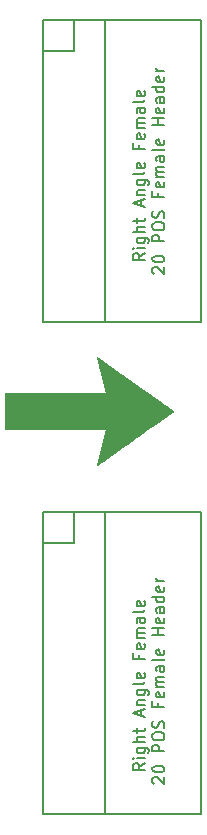
<source format=gbr>
G04 #@! TF.FileFunction,Legend,Top*
%FSLAX46Y46*%
G04 Gerber Fmt 4.6, Leading zero omitted, Abs format (unit mm)*
G04 Created by KiCad (PCBNEW 4.0.7) date 04/11/18 13:12:21*
%MOMM*%
%LPD*%
G01*
G04 APERTURE LIST*
%ADD10C,0.100000*%
%ADD11C,0.150000*%
%ADD12C,0.200000*%
%ADD13C,0.120000*%
%ADD14C,0.010000*%
G04 APERTURE END LIST*
D10*
D11*
X113927381Y-131412382D02*
X113451190Y-131745716D01*
X113927381Y-131983811D02*
X112927381Y-131983811D01*
X112927381Y-131602858D01*
X112975000Y-131507620D01*
X113022619Y-131460001D01*
X113117857Y-131412382D01*
X113260714Y-131412382D01*
X113355952Y-131460001D01*
X113403571Y-131507620D01*
X113451190Y-131602858D01*
X113451190Y-131983811D01*
X113927381Y-130983811D02*
X113260714Y-130983811D01*
X112927381Y-130983811D02*
X112975000Y-131031430D01*
X113022619Y-130983811D01*
X112975000Y-130936192D01*
X112927381Y-130983811D01*
X113022619Y-130983811D01*
X113260714Y-130079049D02*
X114070238Y-130079049D01*
X114165476Y-130126668D01*
X114213095Y-130174287D01*
X114260714Y-130269526D01*
X114260714Y-130412383D01*
X114213095Y-130507621D01*
X113879762Y-130079049D02*
X113927381Y-130174287D01*
X113927381Y-130364764D01*
X113879762Y-130460002D01*
X113832143Y-130507621D01*
X113736905Y-130555240D01*
X113451190Y-130555240D01*
X113355952Y-130507621D01*
X113308333Y-130460002D01*
X113260714Y-130364764D01*
X113260714Y-130174287D01*
X113308333Y-130079049D01*
X113927381Y-129602859D02*
X112927381Y-129602859D01*
X113927381Y-129174287D02*
X113403571Y-129174287D01*
X113308333Y-129221906D01*
X113260714Y-129317144D01*
X113260714Y-129460002D01*
X113308333Y-129555240D01*
X113355952Y-129602859D01*
X113260714Y-128840954D02*
X113260714Y-128460002D01*
X112927381Y-128698097D02*
X113784524Y-128698097D01*
X113879762Y-128650478D01*
X113927381Y-128555240D01*
X113927381Y-128460002D01*
X113641667Y-127412382D02*
X113641667Y-126936191D01*
X113927381Y-127507620D02*
X112927381Y-127174287D01*
X113927381Y-126840953D01*
X113260714Y-126507620D02*
X113927381Y-126507620D01*
X113355952Y-126507620D02*
X113308333Y-126460001D01*
X113260714Y-126364763D01*
X113260714Y-126221905D01*
X113308333Y-126126667D01*
X113403571Y-126079048D01*
X113927381Y-126079048D01*
X113260714Y-125174286D02*
X114070238Y-125174286D01*
X114165476Y-125221905D01*
X114213095Y-125269524D01*
X114260714Y-125364763D01*
X114260714Y-125507620D01*
X114213095Y-125602858D01*
X113879762Y-125174286D02*
X113927381Y-125269524D01*
X113927381Y-125460001D01*
X113879762Y-125555239D01*
X113832143Y-125602858D01*
X113736905Y-125650477D01*
X113451190Y-125650477D01*
X113355952Y-125602858D01*
X113308333Y-125555239D01*
X113260714Y-125460001D01*
X113260714Y-125269524D01*
X113308333Y-125174286D01*
X113927381Y-124555239D02*
X113879762Y-124650477D01*
X113784524Y-124698096D01*
X112927381Y-124698096D01*
X113879762Y-123793333D02*
X113927381Y-123888571D01*
X113927381Y-124079048D01*
X113879762Y-124174286D01*
X113784524Y-124221905D01*
X113403571Y-124221905D01*
X113308333Y-124174286D01*
X113260714Y-124079048D01*
X113260714Y-123888571D01*
X113308333Y-123793333D01*
X113403571Y-123745714D01*
X113498810Y-123745714D01*
X113594048Y-124221905D01*
X113403571Y-122221904D02*
X113403571Y-122555238D01*
X113927381Y-122555238D02*
X112927381Y-122555238D01*
X112927381Y-122079047D01*
X113879762Y-121317142D02*
X113927381Y-121412380D01*
X113927381Y-121602857D01*
X113879762Y-121698095D01*
X113784524Y-121745714D01*
X113403571Y-121745714D01*
X113308333Y-121698095D01*
X113260714Y-121602857D01*
X113260714Y-121412380D01*
X113308333Y-121317142D01*
X113403571Y-121269523D01*
X113498810Y-121269523D01*
X113594048Y-121745714D01*
X113927381Y-120840952D02*
X113260714Y-120840952D01*
X113355952Y-120840952D02*
X113308333Y-120793333D01*
X113260714Y-120698095D01*
X113260714Y-120555237D01*
X113308333Y-120459999D01*
X113403571Y-120412380D01*
X113927381Y-120412380D01*
X113403571Y-120412380D02*
X113308333Y-120364761D01*
X113260714Y-120269523D01*
X113260714Y-120126666D01*
X113308333Y-120031428D01*
X113403571Y-119983809D01*
X113927381Y-119983809D01*
X113927381Y-119079047D02*
X113403571Y-119079047D01*
X113308333Y-119126666D01*
X113260714Y-119221904D01*
X113260714Y-119412381D01*
X113308333Y-119507619D01*
X113879762Y-119079047D02*
X113927381Y-119174285D01*
X113927381Y-119412381D01*
X113879762Y-119507619D01*
X113784524Y-119555238D01*
X113689286Y-119555238D01*
X113594048Y-119507619D01*
X113546429Y-119412381D01*
X113546429Y-119174285D01*
X113498810Y-119079047D01*
X113927381Y-118460000D02*
X113879762Y-118555238D01*
X113784524Y-118602857D01*
X112927381Y-118602857D01*
X113879762Y-117698094D02*
X113927381Y-117793332D01*
X113927381Y-117983809D01*
X113879762Y-118079047D01*
X113784524Y-118126666D01*
X113403571Y-118126666D01*
X113308333Y-118079047D01*
X113260714Y-117983809D01*
X113260714Y-117793332D01*
X113308333Y-117698094D01*
X113403571Y-117650475D01*
X113498810Y-117650475D01*
X113594048Y-118126666D01*
X114672619Y-133126668D02*
X114625000Y-133079049D01*
X114577381Y-132983811D01*
X114577381Y-132745715D01*
X114625000Y-132650477D01*
X114672619Y-132602858D01*
X114767857Y-132555239D01*
X114863095Y-132555239D01*
X115005952Y-132602858D01*
X115577381Y-133174287D01*
X115577381Y-132555239D01*
X114577381Y-131936192D02*
X114577381Y-131840953D01*
X114625000Y-131745715D01*
X114672619Y-131698096D01*
X114767857Y-131650477D01*
X114958333Y-131602858D01*
X115196429Y-131602858D01*
X115386905Y-131650477D01*
X115482143Y-131698096D01*
X115529762Y-131745715D01*
X115577381Y-131840953D01*
X115577381Y-131936192D01*
X115529762Y-132031430D01*
X115482143Y-132079049D01*
X115386905Y-132126668D01*
X115196429Y-132174287D01*
X114958333Y-132174287D01*
X114767857Y-132126668D01*
X114672619Y-132079049D01*
X114625000Y-132031430D01*
X114577381Y-131936192D01*
X115577381Y-130412382D02*
X114577381Y-130412382D01*
X114577381Y-130031429D01*
X114625000Y-129936191D01*
X114672619Y-129888572D01*
X114767857Y-129840953D01*
X114910714Y-129840953D01*
X115005952Y-129888572D01*
X115053571Y-129936191D01*
X115101190Y-130031429D01*
X115101190Y-130412382D01*
X114577381Y-129221906D02*
X114577381Y-129031429D01*
X114625000Y-128936191D01*
X114720238Y-128840953D01*
X114910714Y-128793334D01*
X115244048Y-128793334D01*
X115434524Y-128840953D01*
X115529762Y-128936191D01*
X115577381Y-129031429D01*
X115577381Y-129221906D01*
X115529762Y-129317144D01*
X115434524Y-129412382D01*
X115244048Y-129460001D01*
X114910714Y-129460001D01*
X114720238Y-129412382D01*
X114625000Y-129317144D01*
X114577381Y-129221906D01*
X115529762Y-128412382D02*
X115577381Y-128269525D01*
X115577381Y-128031429D01*
X115529762Y-127936191D01*
X115482143Y-127888572D01*
X115386905Y-127840953D01*
X115291667Y-127840953D01*
X115196429Y-127888572D01*
X115148810Y-127936191D01*
X115101190Y-128031429D01*
X115053571Y-128221906D01*
X115005952Y-128317144D01*
X114958333Y-128364763D01*
X114863095Y-128412382D01*
X114767857Y-128412382D01*
X114672619Y-128364763D01*
X114625000Y-128317144D01*
X114577381Y-128221906D01*
X114577381Y-127983810D01*
X114625000Y-127840953D01*
X115053571Y-126317143D02*
X115053571Y-126650477D01*
X115577381Y-126650477D02*
X114577381Y-126650477D01*
X114577381Y-126174286D01*
X115529762Y-125412381D02*
X115577381Y-125507619D01*
X115577381Y-125698096D01*
X115529762Y-125793334D01*
X115434524Y-125840953D01*
X115053571Y-125840953D01*
X114958333Y-125793334D01*
X114910714Y-125698096D01*
X114910714Y-125507619D01*
X114958333Y-125412381D01*
X115053571Y-125364762D01*
X115148810Y-125364762D01*
X115244048Y-125840953D01*
X115577381Y-124936191D02*
X114910714Y-124936191D01*
X115005952Y-124936191D02*
X114958333Y-124888572D01*
X114910714Y-124793334D01*
X114910714Y-124650476D01*
X114958333Y-124555238D01*
X115053571Y-124507619D01*
X115577381Y-124507619D01*
X115053571Y-124507619D02*
X114958333Y-124460000D01*
X114910714Y-124364762D01*
X114910714Y-124221905D01*
X114958333Y-124126667D01*
X115053571Y-124079048D01*
X115577381Y-124079048D01*
X115577381Y-123174286D02*
X115053571Y-123174286D01*
X114958333Y-123221905D01*
X114910714Y-123317143D01*
X114910714Y-123507620D01*
X114958333Y-123602858D01*
X115529762Y-123174286D02*
X115577381Y-123269524D01*
X115577381Y-123507620D01*
X115529762Y-123602858D01*
X115434524Y-123650477D01*
X115339286Y-123650477D01*
X115244048Y-123602858D01*
X115196429Y-123507620D01*
X115196429Y-123269524D01*
X115148810Y-123174286D01*
X115577381Y-122555239D02*
X115529762Y-122650477D01*
X115434524Y-122698096D01*
X114577381Y-122698096D01*
X115529762Y-121793333D02*
X115577381Y-121888571D01*
X115577381Y-122079048D01*
X115529762Y-122174286D01*
X115434524Y-122221905D01*
X115053571Y-122221905D01*
X114958333Y-122174286D01*
X114910714Y-122079048D01*
X114910714Y-121888571D01*
X114958333Y-121793333D01*
X115053571Y-121745714D01*
X115148810Y-121745714D01*
X115244048Y-122221905D01*
X115577381Y-120555238D02*
X114577381Y-120555238D01*
X115053571Y-120555238D02*
X115053571Y-119983809D01*
X115577381Y-119983809D02*
X114577381Y-119983809D01*
X115529762Y-119126666D02*
X115577381Y-119221904D01*
X115577381Y-119412381D01*
X115529762Y-119507619D01*
X115434524Y-119555238D01*
X115053571Y-119555238D01*
X114958333Y-119507619D01*
X114910714Y-119412381D01*
X114910714Y-119221904D01*
X114958333Y-119126666D01*
X115053571Y-119079047D01*
X115148810Y-119079047D01*
X115244048Y-119555238D01*
X115577381Y-118221904D02*
X115053571Y-118221904D01*
X114958333Y-118269523D01*
X114910714Y-118364761D01*
X114910714Y-118555238D01*
X114958333Y-118650476D01*
X115529762Y-118221904D02*
X115577381Y-118317142D01*
X115577381Y-118555238D01*
X115529762Y-118650476D01*
X115434524Y-118698095D01*
X115339286Y-118698095D01*
X115244048Y-118650476D01*
X115196429Y-118555238D01*
X115196429Y-118317142D01*
X115148810Y-118221904D01*
X115577381Y-117317142D02*
X114577381Y-117317142D01*
X115529762Y-117317142D02*
X115577381Y-117412380D01*
X115577381Y-117602857D01*
X115529762Y-117698095D01*
X115482143Y-117745714D01*
X115386905Y-117793333D01*
X115101190Y-117793333D01*
X115005952Y-117745714D01*
X114958333Y-117698095D01*
X114910714Y-117602857D01*
X114910714Y-117412380D01*
X114958333Y-117317142D01*
X115529762Y-116459999D02*
X115577381Y-116555237D01*
X115577381Y-116745714D01*
X115529762Y-116840952D01*
X115434524Y-116888571D01*
X115053571Y-116888571D01*
X114958333Y-116840952D01*
X114910714Y-116745714D01*
X114910714Y-116555237D01*
X114958333Y-116459999D01*
X115053571Y-116412380D01*
X115148810Y-116412380D01*
X115244048Y-116888571D01*
X115577381Y-115983809D02*
X114910714Y-115983809D01*
X115101190Y-115983809D02*
X115005952Y-115936190D01*
X114958333Y-115888571D01*
X114910714Y-115793333D01*
X114910714Y-115698094D01*
X113927381Y-88232382D02*
X113451190Y-88565716D01*
X113927381Y-88803811D02*
X112927381Y-88803811D01*
X112927381Y-88422858D01*
X112975000Y-88327620D01*
X113022619Y-88280001D01*
X113117857Y-88232382D01*
X113260714Y-88232382D01*
X113355952Y-88280001D01*
X113403571Y-88327620D01*
X113451190Y-88422858D01*
X113451190Y-88803811D01*
X113927381Y-87803811D02*
X113260714Y-87803811D01*
X112927381Y-87803811D02*
X112975000Y-87851430D01*
X113022619Y-87803811D01*
X112975000Y-87756192D01*
X112927381Y-87803811D01*
X113022619Y-87803811D01*
X113260714Y-86899049D02*
X114070238Y-86899049D01*
X114165476Y-86946668D01*
X114213095Y-86994287D01*
X114260714Y-87089526D01*
X114260714Y-87232383D01*
X114213095Y-87327621D01*
X113879762Y-86899049D02*
X113927381Y-86994287D01*
X113927381Y-87184764D01*
X113879762Y-87280002D01*
X113832143Y-87327621D01*
X113736905Y-87375240D01*
X113451190Y-87375240D01*
X113355952Y-87327621D01*
X113308333Y-87280002D01*
X113260714Y-87184764D01*
X113260714Y-86994287D01*
X113308333Y-86899049D01*
X113927381Y-86422859D02*
X112927381Y-86422859D01*
X113927381Y-85994287D02*
X113403571Y-85994287D01*
X113308333Y-86041906D01*
X113260714Y-86137144D01*
X113260714Y-86280002D01*
X113308333Y-86375240D01*
X113355952Y-86422859D01*
X113260714Y-85660954D02*
X113260714Y-85280002D01*
X112927381Y-85518097D02*
X113784524Y-85518097D01*
X113879762Y-85470478D01*
X113927381Y-85375240D01*
X113927381Y-85280002D01*
X113641667Y-84232382D02*
X113641667Y-83756191D01*
X113927381Y-84327620D02*
X112927381Y-83994287D01*
X113927381Y-83660953D01*
X113260714Y-83327620D02*
X113927381Y-83327620D01*
X113355952Y-83327620D02*
X113308333Y-83280001D01*
X113260714Y-83184763D01*
X113260714Y-83041905D01*
X113308333Y-82946667D01*
X113403571Y-82899048D01*
X113927381Y-82899048D01*
X113260714Y-81994286D02*
X114070238Y-81994286D01*
X114165476Y-82041905D01*
X114213095Y-82089524D01*
X114260714Y-82184763D01*
X114260714Y-82327620D01*
X114213095Y-82422858D01*
X113879762Y-81994286D02*
X113927381Y-82089524D01*
X113927381Y-82280001D01*
X113879762Y-82375239D01*
X113832143Y-82422858D01*
X113736905Y-82470477D01*
X113451190Y-82470477D01*
X113355952Y-82422858D01*
X113308333Y-82375239D01*
X113260714Y-82280001D01*
X113260714Y-82089524D01*
X113308333Y-81994286D01*
X113927381Y-81375239D02*
X113879762Y-81470477D01*
X113784524Y-81518096D01*
X112927381Y-81518096D01*
X113879762Y-80613333D02*
X113927381Y-80708571D01*
X113927381Y-80899048D01*
X113879762Y-80994286D01*
X113784524Y-81041905D01*
X113403571Y-81041905D01*
X113308333Y-80994286D01*
X113260714Y-80899048D01*
X113260714Y-80708571D01*
X113308333Y-80613333D01*
X113403571Y-80565714D01*
X113498810Y-80565714D01*
X113594048Y-81041905D01*
X113403571Y-79041904D02*
X113403571Y-79375238D01*
X113927381Y-79375238D02*
X112927381Y-79375238D01*
X112927381Y-78899047D01*
X113879762Y-78137142D02*
X113927381Y-78232380D01*
X113927381Y-78422857D01*
X113879762Y-78518095D01*
X113784524Y-78565714D01*
X113403571Y-78565714D01*
X113308333Y-78518095D01*
X113260714Y-78422857D01*
X113260714Y-78232380D01*
X113308333Y-78137142D01*
X113403571Y-78089523D01*
X113498810Y-78089523D01*
X113594048Y-78565714D01*
X113927381Y-77660952D02*
X113260714Y-77660952D01*
X113355952Y-77660952D02*
X113308333Y-77613333D01*
X113260714Y-77518095D01*
X113260714Y-77375237D01*
X113308333Y-77279999D01*
X113403571Y-77232380D01*
X113927381Y-77232380D01*
X113403571Y-77232380D02*
X113308333Y-77184761D01*
X113260714Y-77089523D01*
X113260714Y-76946666D01*
X113308333Y-76851428D01*
X113403571Y-76803809D01*
X113927381Y-76803809D01*
X113927381Y-75899047D02*
X113403571Y-75899047D01*
X113308333Y-75946666D01*
X113260714Y-76041904D01*
X113260714Y-76232381D01*
X113308333Y-76327619D01*
X113879762Y-75899047D02*
X113927381Y-75994285D01*
X113927381Y-76232381D01*
X113879762Y-76327619D01*
X113784524Y-76375238D01*
X113689286Y-76375238D01*
X113594048Y-76327619D01*
X113546429Y-76232381D01*
X113546429Y-75994285D01*
X113498810Y-75899047D01*
X113927381Y-75280000D02*
X113879762Y-75375238D01*
X113784524Y-75422857D01*
X112927381Y-75422857D01*
X113879762Y-74518094D02*
X113927381Y-74613332D01*
X113927381Y-74803809D01*
X113879762Y-74899047D01*
X113784524Y-74946666D01*
X113403571Y-74946666D01*
X113308333Y-74899047D01*
X113260714Y-74803809D01*
X113260714Y-74613332D01*
X113308333Y-74518094D01*
X113403571Y-74470475D01*
X113498810Y-74470475D01*
X113594048Y-74946666D01*
X114672619Y-89946668D02*
X114625000Y-89899049D01*
X114577381Y-89803811D01*
X114577381Y-89565715D01*
X114625000Y-89470477D01*
X114672619Y-89422858D01*
X114767857Y-89375239D01*
X114863095Y-89375239D01*
X115005952Y-89422858D01*
X115577381Y-89994287D01*
X115577381Y-89375239D01*
X114577381Y-88756192D02*
X114577381Y-88660953D01*
X114625000Y-88565715D01*
X114672619Y-88518096D01*
X114767857Y-88470477D01*
X114958333Y-88422858D01*
X115196429Y-88422858D01*
X115386905Y-88470477D01*
X115482143Y-88518096D01*
X115529762Y-88565715D01*
X115577381Y-88660953D01*
X115577381Y-88756192D01*
X115529762Y-88851430D01*
X115482143Y-88899049D01*
X115386905Y-88946668D01*
X115196429Y-88994287D01*
X114958333Y-88994287D01*
X114767857Y-88946668D01*
X114672619Y-88899049D01*
X114625000Y-88851430D01*
X114577381Y-88756192D01*
X115577381Y-87232382D02*
X114577381Y-87232382D01*
X114577381Y-86851429D01*
X114625000Y-86756191D01*
X114672619Y-86708572D01*
X114767857Y-86660953D01*
X114910714Y-86660953D01*
X115005952Y-86708572D01*
X115053571Y-86756191D01*
X115101190Y-86851429D01*
X115101190Y-87232382D01*
X114577381Y-86041906D02*
X114577381Y-85851429D01*
X114625000Y-85756191D01*
X114720238Y-85660953D01*
X114910714Y-85613334D01*
X115244048Y-85613334D01*
X115434524Y-85660953D01*
X115529762Y-85756191D01*
X115577381Y-85851429D01*
X115577381Y-86041906D01*
X115529762Y-86137144D01*
X115434524Y-86232382D01*
X115244048Y-86280001D01*
X114910714Y-86280001D01*
X114720238Y-86232382D01*
X114625000Y-86137144D01*
X114577381Y-86041906D01*
X115529762Y-85232382D02*
X115577381Y-85089525D01*
X115577381Y-84851429D01*
X115529762Y-84756191D01*
X115482143Y-84708572D01*
X115386905Y-84660953D01*
X115291667Y-84660953D01*
X115196429Y-84708572D01*
X115148810Y-84756191D01*
X115101190Y-84851429D01*
X115053571Y-85041906D01*
X115005952Y-85137144D01*
X114958333Y-85184763D01*
X114863095Y-85232382D01*
X114767857Y-85232382D01*
X114672619Y-85184763D01*
X114625000Y-85137144D01*
X114577381Y-85041906D01*
X114577381Y-84803810D01*
X114625000Y-84660953D01*
X115053571Y-83137143D02*
X115053571Y-83470477D01*
X115577381Y-83470477D02*
X114577381Y-83470477D01*
X114577381Y-82994286D01*
X115529762Y-82232381D02*
X115577381Y-82327619D01*
X115577381Y-82518096D01*
X115529762Y-82613334D01*
X115434524Y-82660953D01*
X115053571Y-82660953D01*
X114958333Y-82613334D01*
X114910714Y-82518096D01*
X114910714Y-82327619D01*
X114958333Y-82232381D01*
X115053571Y-82184762D01*
X115148810Y-82184762D01*
X115244048Y-82660953D01*
X115577381Y-81756191D02*
X114910714Y-81756191D01*
X115005952Y-81756191D02*
X114958333Y-81708572D01*
X114910714Y-81613334D01*
X114910714Y-81470476D01*
X114958333Y-81375238D01*
X115053571Y-81327619D01*
X115577381Y-81327619D01*
X115053571Y-81327619D02*
X114958333Y-81280000D01*
X114910714Y-81184762D01*
X114910714Y-81041905D01*
X114958333Y-80946667D01*
X115053571Y-80899048D01*
X115577381Y-80899048D01*
X115577381Y-79994286D02*
X115053571Y-79994286D01*
X114958333Y-80041905D01*
X114910714Y-80137143D01*
X114910714Y-80327620D01*
X114958333Y-80422858D01*
X115529762Y-79994286D02*
X115577381Y-80089524D01*
X115577381Y-80327620D01*
X115529762Y-80422858D01*
X115434524Y-80470477D01*
X115339286Y-80470477D01*
X115244048Y-80422858D01*
X115196429Y-80327620D01*
X115196429Y-80089524D01*
X115148810Y-79994286D01*
X115577381Y-79375239D02*
X115529762Y-79470477D01*
X115434524Y-79518096D01*
X114577381Y-79518096D01*
X115529762Y-78613333D02*
X115577381Y-78708571D01*
X115577381Y-78899048D01*
X115529762Y-78994286D01*
X115434524Y-79041905D01*
X115053571Y-79041905D01*
X114958333Y-78994286D01*
X114910714Y-78899048D01*
X114910714Y-78708571D01*
X114958333Y-78613333D01*
X115053571Y-78565714D01*
X115148810Y-78565714D01*
X115244048Y-79041905D01*
X115577381Y-77375238D02*
X114577381Y-77375238D01*
X115053571Y-77375238D02*
X115053571Y-76803809D01*
X115577381Y-76803809D02*
X114577381Y-76803809D01*
X115529762Y-75946666D02*
X115577381Y-76041904D01*
X115577381Y-76232381D01*
X115529762Y-76327619D01*
X115434524Y-76375238D01*
X115053571Y-76375238D01*
X114958333Y-76327619D01*
X114910714Y-76232381D01*
X114910714Y-76041904D01*
X114958333Y-75946666D01*
X115053571Y-75899047D01*
X115148810Y-75899047D01*
X115244048Y-76375238D01*
X115577381Y-75041904D02*
X115053571Y-75041904D01*
X114958333Y-75089523D01*
X114910714Y-75184761D01*
X114910714Y-75375238D01*
X114958333Y-75470476D01*
X115529762Y-75041904D02*
X115577381Y-75137142D01*
X115577381Y-75375238D01*
X115529762Y-75470476D01*
X115434524Y-75518095D01*
X115339286Y-75518095D01*
X115244048Y-75470476D01*
X115196429Y-75375238D01*
X115196429Y-75137142D01*
X115148810Y-75041904D01*
X115577381Y-74137142D02*
X114577381Y-74137142D01*
X115529762Y-74137142D02*
X115577381Y-74232380D01*
X115577381Y-74422857D01*
X115529762Y-74518095D01*
X115482143Y-74565714D01*
X115386905Y-74613333D01*
X115101190Y-74613333D01*
X115005952Y-74565714D01*
X114958333Y-74518095D01*
X114910714Y-74422857D01*
X114910714Y-74232380D01*
X114958333Y-74137142D01*
X115529762Y-73279999D02*
X115577381Y-73375237D01*
X115577381Y-73565714D01*
X115529762Y-73660952D01*
X115434524Y-73708571D01*
X115053571Y-73708571D01*
X114958333Y-73660952D01*
X114910714Y-73565714D01*
X114910714Y-73375237D01*
X114958333Y-73279999D01*
X115053571Y-73232380D01*
X115148810Y-73232380D01*
X115244048Y-73708571D01*
X115577381Y-72803809D02*
X114910714Y-72803809D01*
X115101190Y-72803809D02*
X115005952Y-72756190D01*
X114958333Y-72708571D01*
X114910714Y-72613333D01*
X114910714Y-72518094D01*
D12*
X118681500Y-69342000D02*
X118681500Y-69278500D01*
X118681500Y-68516500D02*
X118681500Y-69342000D01*
X105346500Y-68516500D02*
X118681500Y-68516500D01*
X118681500Y-94043500D02*
X118681500Y-69342000D01*
X105346500Y-94043500D02*
X118681500Y-94043500D01*
X118681500Y-110172500D02*
X118681500Y-110617000D01*
X105346500Y-110172500D02*
X118681500Y-110172500D01*
X118681500Y-110617000D02*
X118681500Y-110998000D01*
X118681500Y-135699500D02*
X118681500Y-110617000D01*
X105346500Y-135699500D02*
X118681500Y-135699500D01*
X107950000Y-71120000D02*
X107950000Y-68516500D01*
X105346500Y-71120000D02*
X107950000Y-71120000D01*
X105346500Y-94043500D02*
X110553500Y-94043500D01*
X105346500Y-68516500D02*
X105346500Y-94043500D01*
X110553500Y-68516500D02*
X105346500Y-68516500D01*
X110553500Y-94043500D02*
X110553500Y-68516500D01*
X110553500Y-110172500D02*
X107950000Y-110172500D01*
X110553500Y-135699500D02*
X110553500Y-110172500D01*
X105346500Y-135699500D02*
X110553500Y-135699500D01*
X105346500Y-110172500D02*
X105346500Y-135699500D01*
X107950000Y-110172500D02*
X105346500Y-110172500D01*
X107950000Y-112776000D02*
X107950000Y-110172500D01*
X105346500Y-112776000D02*
X107950000Y-112776000D01*
D13*
X105350000Y-94040000D02*
X110550000Y-94040000D01*
X105350000Y-71120000D02*
X105350000Y-94040000D01*
X110550000Y-68520000D02*
X110550000Y-94040000D01*
X105350000Y-71120000D02*
X107950000Y-71120000D01*
X107950000Y-71120000D02*
X107950000Y-68520000D01*
X107950000Y-68520000D02*
X110550000Y-68520000D01*
X105350000Y-69850000D02*
X105350000Y-68520000D01*
X105350000Y-68520000D02*
X106680000Y-68520000D01*
D14*
G36*
X109875556Y-97025398D02*
X109881600Y-97029582D01*
X109891387Y-97036416D01*
X109904715Y-97045760D01*
X109921381Y-97057470D01*
X109941184Y-97071404D01*
X109963922Y-97087420D01*
X109989394Y-97105376D01*
X110017397Y-97125129D01*
X110047730Y-97146537D01*
X110080191Y-97169458D01*
X110114578Y-97193750D01*
X110150690Y-97219269D01*
X110188324Y-97245875D01*
X110227279Y-97273424D01*
X110267354Y-97301774D01*
X110267750Y-97302054D01*
X110298428Y-97323761D01*
X110333024Y-97348239D01*
X110371310Y-97375327D01*
X110413057Y-97404863D01*
X110458036Y-97436686D01*
X110506017Y-97470632D01*
X110556773Y-97506541D01*
X110610075Y-97544250D01*
X110665692Y-97583598D01*
X110723398Y-97624422D01*
X110782962Y-97666561D01*
X110844156Y-97709853D01*
X110906751Y-97754136D01*
X110970519Y-97799248D01*
X111035229Y-97845026D01*
X111100655Y-97891311D01*
X111166566Y-97937938D01*
X111232734Y-97984747D01*
X111298930Y-98031575D01*
X111364925Y-98078261D01*
X111430490Y-98124643D01*
X111495397Y-98170558D01*
X111539020Y-98201417D01*
X111652812Y-98281913D01*
X111762555Y-98359545D01*
X111868345Y-98434382D01*
X111970282Y-98506491D01*
X112068461Y-98575943D01*
X112162981Y-98642807D01*
X112253940Y-98707151D01*
X112341434Y-98769044D01*
X112425562Y-98828556D01*
X112506421Y-98885756D01*
X112584109Y-98940712D01*
X112658723Y-98993494D01*
X112730360Y-99044171D01*
X112799120Y-99092811D01*
X112865098Y-99139485D01*
X112928393Y-99184260D01*
X112989103Y-99227206D01*
X113047324Y-99268392D01*
X113103154Y-99307886D01*
X113156692Y-99345759D01*
X113208034Y-99382079D01*
X113257279Y-99416915D01*
X113304523Y-99450336D01*
X113349865Y-99482411D01*
X113393402Y-99513209D01*
X113435231Y-99542799D01*
X113475451Y-99571251D01*
X113514158Y-99598633D01*
X113551451Y-99625014D01*
X113587427Y-99650464D01*
X113622183Y-99675051D01*
X113655817Y-99698845D01*
X113688428Y-99721914D01*
X113720111Y-99744327D01*
X113750966Y-99766154D01*
X113781089Y-99787464D01*
X113810578Y-99808325D01*
X113839531Y-99828807D01*
X113868045Y-99848979D01*
X113896218Y-99868909D01*
X113924148Y-99888668D01*
X113951931Y-99908323D01*
X113979667Y-99927944D01*
X114007451Y-99947599D01*
X114035383Y-99967359D01*
X114063559Y-99987292D01*
X114092077Y-100007466D01*
X114117120Y-100025183D01*
X114163603Y-100058067D01*
X114210190Y-100091024D01*
X114256616Y-100123866D01*
X114302616Y-100156407D01*
X114347924Y-100188458D01*
X114392277Y-100219833D01*
X114435408Y-100250344D01*
X114477054Y-100279803D01*
X114516949Y-100308024D01*
X114554828Y-100334818D01*
X114590427Y-100359999D01*
X114623481Y-100383379D01*
X114653724Y-100404771D01*
X114680892Y-100423987D01*
X114704720Y-100440840D01*
X114724942Y-100455143D01*
X114741296Y-100466708D01*
X114741960Y-100467177D01*
X114759123Y-100479315D01*
X114780137Y-100494178D01*
X114804707Y-100511556D01*
X114832538Y-100531242D01*
X114863334Y-100553025D01*
X114896798Y-100576697D01*
X114932636Y-100602048D01*
X114970553Y-100628870D01*
X115010251Y-100656953D01*
X115051437Y-100686089D01*
X115093814Y-100716068D01*
X115137087Y-100746681D01*
X115180960Y-100777719D01*
X115225138Y-100808973D01*
X115269324Y-100840234D01*
X115309650Y-100868764D01*
X115356686Y-100902041D01*
X115405783Y-100936776D01*
X115456503Y-100972658D01*
X115508408Y-101009379D01*
X115561060Y-101046627D01*
X115614021Y-101084093D01*
X115666853Y-101121466D01*
X115719117Y-101158438D01*
X115770375Y-101194699D01*
X115820190Y-101229937D01*
X115868123Y-101263843D01*
X115913736Y-101296108D01*
X115956591Y-101326422D01*
X115996250Y-101354474D01*
X116032275Y-101379955D01*
X116038020Y-101384018D01*
X116073318Y-101409004D01*
X116107441Y-101433200D01*
X116140164Y-101456443D01*
X116171260Y-101478570D01*
X116200501Y-101499418D01*
X116227660Y-101518824D01*
X116252512Y-101536627D01*
X116274830Y-101552663D01*
X116294386Y-101566769D01*
X116310954Y-101578783D01*
X116324308Y-101588543D01*
X116334220Y-101595885D01*
X116340464Y-101600647D01*
X116342813Y-101602666D01*
X116342820Y-101602719D01*
X116340596Y-101604327D01*
X116334408Y-101608738D01*
X116324439Y-101615822D01*
X116310873Y-101625448D01*
X116293894Y-101637486D01*
X116273686Y-101651806D01*
X116250432Y-101668278D01*
X116224316Y-101686772D01*
X116195523Y-101707158D01*
X116164234Y-101729306D01*
X116130635Y-101753086D01*
X116094909Y-101778368D01*
X116057240Y-101805021D01*
X116017812Y-101832915D01*
X115976807Y-101861921D01*
X115934411Y-101891909D01*
X115890807Y-101922747D01*
X115862100Y-101943048D01*
X115831646Y-101964583D01*
X115801723Y-101985744D01*
X115772221Y-102006606D01*
X115743033Y-102027247D01*
X115714048Y-102047745D01*
X115685159Y-102068175D01*
X115656255Y-102088616D01*
X115627229Y-102109143D01*
X115597971Y-102129836D01*
X115568372Y-102150769D01*
X115538323Y-102172021D01*
X115507716Y-102193668D01*
X115476441Y-102215788D01*
X115444390Y-102238457D01*
X115411453Y-102261753D01*
X115377523Y-102285752D01*
X115342488Y-102310532D01*
X115306242Y-102336170D01*
X115268675Y-102362743D01*
X115229677Y-102390327D01*
X115189141Y-102419000D01*
X115146957Y-102448840D01*
X115103016Y-102479922D01*
X115057209Y-102512324D01*
X115009427Y-102546124D01*
X114959562Y-102581397D01*
X114907505Y-102618222D01*
X114853146Y-102656675D01*
X114796376Y-102696833D01*
X114737088Y-102738774D01*
X114675171Y-102782574D01*
X114610516Y-102828310D01*
X114543016Y-102876060D01*
X114472561Y-102925901D01*
X114399042Y-102977909D01*
X114322350Y-103032162D01*
X114242376Y-103088737D01*
X114159011Y-103147710D01*
X114072147Y-103209159D01*
X113981674Y-103273161D01*
X113887483Y-103339793D01*
X113789467Y-103409132D01*
X113687514Y-103481255D01*
X113587530Y-103551986D01*
X113529475Y-103593055D01*
X113468977Y-103635852D01*
X113406411Y-103680112D01*
X113342156Y-103725567D01*
X113276587Y-103771950D01*
X113210084Y-103818996D01*
X113143021Y-103866436D01*
X113075778Y-103914004D01*
X113008730Y-103961433D01*
X112942256Y-104008457D01*
X112876731Y-104054809D01*
X112812534Y-104100222D01*
X112750042Y-104144429D01*
X112689631Y-104187163D01*
X112631679Y-104228158D01*
X112576563Y-104267146D01*
X112524660Y-104303861D01*
X112476347Y-104338037D01*
X112454690Y-104353357D01*
X112403462Y-104389594D01*
X112350020Y-104427398D01*
X112294776Y-104466477D01*
X112238141Y-104506541D01*
X112180529Y-104547296D01*
X112122351Y-104588452D01*
X112064020Y-104629716D01*
X112005947Y-104670798D01*
X111948545Y-104711406D01*
X111892226Y-104751248D01*
X111837402Y-104790032D01*
X111784485Y-104827468D01*
X111733889Y-104863262D01*
X111686023Y-104897125D01*
X111641302Y-104928764D01*
X111600137Y-104957887D01*
X111583470Y-104969679D01*
X111542160Y-104998905D01*
X111500633Y-105028284D01*
X111459202Y-105057595D01*
X111418177Y-105086618D01*
X111377871Y-105115132D01*
X111338595Y-105142916D01*
X111300662Y-105169750D01*
X111264384Y-105195413D01*
X111230071Y-105219684D01*
X111198038Y-105242343D01*
X111168594Y-105263170D01*
X111142053Y-105281942D01*
X111118725Y-105298441D01*
X111098924Y-105312445D01*
X111083090Y-105323642D01*
X111055850Y-105342904D01*
X111025429Y-105364418D01*
X110992792Y-105387501D01*
X110958905Y-105411471D01*
X110924733Y-105435643D01*
X110891241Y-105459336D01*
X110859394Y-105481867D01*
X110830158Y-105502553D01*
X110822740Y-105507803D01*
X110806473Y-105519313D01*
X110786360Y-105533542D01*
X110762703Y-105550277D01*
X110735803Y-105569305D01*
X110705961Y-105590413D01*
X110673481Y-105613387D01*
X110638662Y-105638013D01*
X110601808Y-105664079D01*
X110563219Y-105691371D01*
X110523198Y-105719676D01*
X110482045Y-105748780D01*
X110440063Y-105778470D01*
X110397553Y-105808532D01*
X110354818Y-105838754D01*
X110312158Y-105868921D01*
X110293150Y-105882362D01*
X110252729Y-105910947D01*
X110213315Y-105938821D01*
X110175116Y-105965839D01*
X110138342Y-105991851D01*
X110103202Y-106016710D01*
X110069905Y-106040267D01*
X110038662Y-106062373D01*
X110009681Y-106082881D01*
X109983172Y-106101643D01*
X109959344Y-106118510D01*
X109938407Y-106133334D01*
X109920570Y-106145967D01*
X109906043Y-106156261D01*
X109895035Y-106164067D01*
X109887755Y-106169237D01*
X109884412Y-106171624D01*
X109884408Y-106171627D01*
X109877578Y-106176487D01*
X109874015Y-106178539D01*
X109872902Y-106177995D01*
X109873420Y-106175068D01*
X109873587Y-106174441D01*
X109874376Y-106171364D01*
X109876350Y-106163610D01*
X109879445Y-106151427D01*
X109883599Y-106135063D01*
X109888749Y-106114766D01*
X109894832Y-106090782D01*
X109901785Y-106063361D01*
X109909545Y-106032750D01*
X109918050Y-105999197D01*
X109927237Y-105962949D01*
X109937043Y-105924254D01*
X109947405Y-105883360D01*
X109958260Y-105840515D01*
X109969546Y-105795967D01*
X109981199Y-105749963D01*
X109989784Y-105716070D01*
X110003479Y-105662001D01*
X110017930Y-105604949D01*
X110032986Y-105545509D01*
X110048495Y-105484279D01*
X110064307Y-105421857D01*
X110080269Y-105358839D01*
X110096231Y-105295822D01*
X110112042Y-105233405D01*
X110127550Y-105172184D01*
X110142603Y-105112756D01*
X110157051Y-105055718D01*
X110170743Y-105001669D01*
X110183526Y-104951204D01*
X110195250Y-104904922D01*
X110197921Y-104894380D01*
X110210381Y-104845191D01*
X110223904Y-104791803D01*
X110238308Y-104734938D01*
X110253409Y-104675322D01*
X110269022Y-104613679D01*
X110284965Y-104550733D01*
X110301055Y-104487208D01*
X110317107Y-104423830D01*
X110332938Y-104361322D01*
X110348366Y-104300408D01*
X110363206Y-104241813D01*
X110377274Y-104186261D01*
X110390388Y-104134478D01*
X110390598Y-104133650D01*
X110403374Y-104083199D01*
X110416903Y-104029779D01*
X110431020Y-103974034D01*
X110445563Y-103916608D01*
X110460368Y-103858147D01*
X110475272Y-103799297D01*
X110490111Y-103740701D01*
X110504722Y-103683006D01*
X110518942Y-103626855D01*
X110532608Y-103572895D01*
X110545556Y-103521769D01*
X110557622Y-103474124D01*
X110568644Y-103430604D01*
X110571108Y-103420875D01*
X110581083Y-103381476D01*
X110590708Y-103343438D01*
X110599908Y-103307051D01*
X110608612Y-103272607D01*
X110616746Y-103240394D01*
X110624237Y-103210704D01*
X110631011Y-103183828D01*
X110636995Y-103160054D01*
X110642117Y-103139674D01*
X110646303Y-103122978D01*
X110649480Y-103110256D01*
X110651574Y-103101798D01*
X110652514Y-103097896D01*
X110652560Y-103097660D01*
X110650033Y-103097605D01*
X110642510Y-103097550D01*
X110630072Y-103097496D01*
X110612803Y-103097442D01*
X110590786Y-103097389D01*
X110564102Y-103097336D01*
X110532836Y-103097285D01*
X110497070Y-103097233D01*
X110456886Y-103097183D01*
X110412369Y-103097133D01*
X110363599Y-103097083D01*
X110310662Y-103097035D01*
X110253638Y-103096987D01*
X110192612Y-103096940D01*
X110127665Y-103096894D01*
X110058882Y-103096849D01*
X109986344Y-103096805D01*
X109910134Y-103096762D01*
X109830336Y-103096719D01*
X109747032Y-103096678D01*
X109660306Y-103096638D01*
X109570239Y-103096599D01*
X109476915Y-103096561D01*
X109380417Y-103096524D01*
X109280827Y-103096488D01*
X109178228Y-103096454D01*
X109072704Y-103096420D01*
X108964337Y-103096388D01*
X108853210Y-103096358D01*
X108739405Y-103096328D01*
X108623007Y-103096300D01*
X108504096Y-103096273D01*
X108382757Y-103096248D01*
X108259073Y-103096224D01*
X108133125Y-103096202D01*
X108004997Y-103096181D01*
X107874772Y-103096162D01*
X107742533Y-103096144D01*
X107608362Y-103096128D01*
X107472342Y-103096113D01*
X107334557Y-103096100D01*
X107195089Y-103096089D01*
X107054020Y-103096080D01*
X106911434Y-103096072D01*
X106767414Y-103096066D01*
X106622043Y-103096062D01*
X106475402Y-103096060D01*
X102095300Y-103096060D01*
X102095300Y-100101400D01*
X110652147Y-100101400D01*
X110624611Y-99992815D01*
X110621812Y-99981772D01*
X110617820Y-99966020D01*
X110612690Y-99945774D01*
X110606477Y-99921249D01*
X110599234Y-99892660D01*
X110591017Y-99860223D01*
X110581880Y-99824152D01*
X110571878Y-99784663D01*
X110561064Y-99741971D01*
X110549494Y-99696291D01*
X110537222Y-99647839D01*
X110524302Y-99596829D01*
X110510790Y-99543476D01*
X110496738Y-99487997D01*
X110482203Y-99430605D01*
X110467239Y-99371517D01*
X110451899Y-99310948D01*
X110436239Y-99249112D01*
X110420313Y-99186225D01*
X110404176Y-99122502D01*
X110391242Y-99071430D01*
X110373212Y-99000231D01*
X110354482Y-98926272D01*
X110335161Y-98849975D01*
X110315353Y-98771761D01*
X110295167Y-98692050D01*
X110274708Y-98611264D01*
X110254084Y-98529824D01*
X110233400Y-98448150D01*
X110212764Y-98366665D01*
X110192283Y-98285790D01*
X110172062Y-98205944D01*
X110152209Y-98127550D01*
X110132829Y-98051029D01*
X110114031Y-97976801D01*
X110095920Y-97905289D01*
X110078604Y-97836912D01*
X110062188Y-97772092D01*
X110046779Y-97711251D01*
X110032485Y-97654808D01*
X110029135Y-97641581D01*
X110015265Y-97586804D01*
X110001729Y-97533325D01*
X109988581Y-97481354D01*
X109975872Y-97431099D01*
X109963655Y-97382768D01*
X109951983Y-97336569D01*
X109940908Y-97292712D01*
X109930483Y-97251403D01*
X109920760Y-97212853D01*
X109911792Y-97177269D01*
X109903632Y-97144860D01*
X109896331Y-97115835D01*
X109889943Y-97090401D01*
X109884520Y-97068767D01*
X109880115Y-97051142D01*
X109876779Y-97037734D01*
X109874567Y-97028751D01*
X109873530Y-97024403D01*
X109873455Y-97024008D01*
X109875556Y-97025398D01*
X109875556Y-97025398D01*
G37*
X109875556Y-97025398D02*
X109881600Y-97029582D01*
X109891387Y-97036416D01*
X109904715Y-97045760D01*
X109921381Y-97057470D01*
X109941184Y-97071404D01*
X109963922Y-97087420D01*
X109989394Y-97105376D01*
X110017397Y-97125129D01*
X110047730Y-97146537D01*
X110080191Y-97169458D01*
X110114578Y-97193750D01*
X110150690Y-97219269D01*
X110188324Y-97245875D01*
X110227279Y-97273424D01*
X110267354Y-97301774D01*
X110267750Y-97302054D01*
X110298428Y-97323761D01*
X110333024Y-97348239D01*
X110371310Y-97375327D01*
X110413057Y-97404863D01*
X110458036Y-97436686D01*
X110506017Y-97470632D01*
X110556773Y-97506541D01*
X110610075Y-97544250D01*
X110665692Y-97583598D01*
X110723398Y-97624422D01*
X110782962Y-97666561D01*
X110844156Y-97709853D01*
X110906751Y-97754136D01*
X110970519Y-97799248D01*
X111035229Y-97845026D01*
X111100655Y-97891311D01*
X111166566Y-97937938D01*
X111232734Y-97984747D01*
X111298930Y-98031575D01*
X111364925Y-98078261D01*
X111430490Y-98124643D01*
X111495397Y-98170558D01*
X111539020Y-98201417D01*
X111652812Y-98281913D01*
X111762555Y-98359545D01*
X111868345Y-98434382D01*
X111970282Y-98506491D01*
X112068461Y-98575943D01*
X112162981Y-98642807D01*
X112253940Y-98707151D01*
X112341434Y-98769044D01*
X112425562Y-98828556D01*
X112506421Y-98885756D01*
X112584109Y-98940712D01*
X112658723Y-98993494D01*
X112730360Y-99044171D01*
X112799120Y-99092811D01*
X112865098Y-99139485D01*
X112928393Y-99184260D01*
X112989103Y-99227206D01*
X113047324Y-99268392D01*
X113103154Y-99307886D01*
X113156692Y-99345759D01*
X113208034Y-99382079D01*
X113257279Y-99416915D01*
X113304523Y-99450336D01*
X113349865Y-99482411D01*
X113393402Y-99513209D01*
X113435231Y-99542799D01*
X113475451Y-99571251D01*
X113514158Y-99598633D01*
X113551451Y-99625014D01*
X113587427Y-99650464D01*
X113622183Y-99675051D01*
X113655817Y-99698845D01*
X113688428Y-99721914D01*
X113720111Y-99744327D01*
X113750966Y-99766154D01*
X113781089Y-99787464D01*
X113810578Y-99808325D01*
X113839531Y-99828807D01*
X113868045Y-99848979D01*
X113896218Y-99868909D01*
X113924148Y-99888668D01*
X113951931Y-99908323D01*
X113979667Y-99927944D01*
X114007451Y-99947599D01*
X114035383Y-99967359D01*
X114063559Y-99987292D01*
X114092077Y-100007466D01*
X114117120Y-100025183D01*
X114163603Y-100058067D01*
X114210190Y-100091024D01*
X114256616Y-100123866D01*
X114302616Y-100156407D01*
X114347924Y-100188458D01*
X114392277Y-100219833D01*
X114435408Y-100250344D01*
X114477054Y-100279803D01*
X114516949Y-100308024D01*
X114554828Y-100334818D01*
X114590427Y-100359999D01*
X114623481Y-100383379D01*
X114653724Y-100404771D01*
X114680892Y-100423987D01*
X114704720Y-100440840D01*
X114724942Y-100455143D01*
X114741296Y-100466708D01*
X114741960Y-100467177D01*
X114759123Y-100479315D01*
X114780137Y-100494178D01*
X114804707Y-100511556D01*
X114832538Y-100531242D01*
X114863334Y-100553025D01*
X114896798Y-100576697D01*
X114932636Y-100602048D01*
X114970553Y-100628870D01*
X115010251Y-100656953D01*
X115051437Y-100686089D01*
X115093814Y-100716068D01*
X115137087Y-100746681D01*
X115180960Y-100777719D01*
X115225138Y-100808973D01*
X115269324Y-100840234D01*
X115309650Y-100868764D01*
X115356686Y-100902041D01*
X115405783Y-100936776D01*
X115456503Y-100972658D01*
X115508408Y-101009379D01*
X115561060Y-101046627D01*
X115614021Y-101084093D01*
X115666853Y-101121466D01*
X115719117Y-101158438D01*
X115770375Y-101194699D01*
X115820190Y-101229937D01*
X115868123Y-101263843D01*
X115913736Y-101296108D01*
X115956591Y-101326422D01*
X115996250Y-101354474D01*
X116032275Y-101379955D01*
X116038020Y-101384018D01*
X116073318Y-101409004D01*
X116107441Y-101433200D01*
X116140164Y-101456443D01*
X116171260Y-101478570D01*
X116200501Y-101499418D01*
X116227660Y-101518824D01*
X116252512Y-101536627D01*
X116274830Y-101552663D01*
X116294386Y-101566769D01*
X116310954Y-101578783D01*
X116324308Y-101588543D01*
X116334220Y-101595885D01*
X116340464Y-101600647D01*
X116342813Y-101602666D01*
X116342820Y-101602719D01*
X116340596Y-101604327D01*
X116334408Y-101608738D01*
X116324439Y-101615822D01*
X116310873Y-101625448D01*
X116293894Y-101637486D01*
X116273686Y-101651806D01*
X116250432Y-101668278D01*
X116224316Y-101686772D01*
X116195523Y-101707158D01*
X116164234Y-101729306D01*
X116130635Y-101753086D01*
X116094909Y-101778368D01*
X116057240Y-101805021D01*
X116017812Y-101832915D01*
X115976807Y-101861921D01*
X115934411Y-101891909D01*
X115890807Y-101922747D01*
X115862100Y-101943048D01*
X115831646Y-101964583D01*
X115801723Y-101985744D01*
X115772221Y-102006606D01*
X115743033Y-102027247D01*
X115714048Y-102047745D01*
X115685159Y-102068175D01*
X115656255Y-102088616D01*
X115627229Y-102109143D01*
X115597971Y-102129836D01*
X115568372Y-102150769D01*
X115538323Y-102172021D01*
X115507716Y-102193668D01*
X115476441Y-102215788D01*
X115444390Y-102238457D01*
X115411453Y-102261753D01*
X115377523Y-102285752D01*
X115342488Y-102310532D01*
X115306242Y-102336170D01*
X115268675Y-102362743D01*
X115229677Y-102390327D01*
X115189141Y-102419000D01*
X115146957Y-102448840D01*
X115103016Y-102479922D01*
X115057209Y-102512324D01*
X115009427Y-102546124D01*
X114959562Y-102581397D01*
X114907505Y-102618222D01*
X114853146Y-102656675D01*
X114796376Y-102696833D01*
X114737088Y-102738774D01*
X114675171Y-102782574D01*
X114610516Y-102828310D01*
X114543016Y-102876060D01*
X114472561Y-102925901D01*
X114399042Y-102977909D01*
X114322350Y-103032162D01*
X114242376Y-103088737D01*
X114159011Y-103147710D01*
X114072147Y-103209159D01*
X113981674Y-103273161D01*
X113887483Y-103339793D01*
X113789467Y-103409132D01*
X113687514Y-103481255D01*
X113587530Y-103551986D01*
X113529475Y-103593055D01*
X113468977Y-103635852D01*
X113406411Y-103680112D01*
X113342156Y-103725567D01*
X113276587Y-103771950D01*
X113210084Y-103818996D01*
X113143021Y-103866436D01*
X113075778Y-103914004D01*
X113008730Y-103961433D01*
X112942256Y-104008457D01*
X112876731Y-104054809D01*
X112812534Y-104100222D01*
X112750042Y-104144429D01*
X112689631Y-104187163D01*
X112631679Y-104228158D01*
X112576563Y-104267146D01*
X112524660Y-104303861D01*
X112476347Y-104338037D01*
X112454690Y-104353357D01*
X112403462Y-104389594D01*
X112350020Y-104427398D01*
X112294776Y-104466477D01*
X112238141Y-104506541D01*
X112180529Y-104547296D01*
X112122351Y-104588452D01*
X112064020Y-104629716D01*
X112005947Y-104670798D01*
X111948545Y-104711406D01*
X111892226Y-104751248D01*
X111837402Y-104790032D01*
X111784485Y-104827468D01*
X111733889Y-104863262D01*
X111686023Y-104897125D01*
X111641302Y-104928764D01*
X111600137Y-104957887D01*
X111583470Y-104969679D01*
X111542160Y-104998905D01*
X111500633Y-105028284D01*
X111459202Y-105057595D01*
X111418177Y-105086618D01*
X111377871Y-105115132D01*
X111338595Y-105142916D01*
X111300662Y-105169750D01*
X111264384Y-105195413D01*
X111230071Y-105219684D01*
X111198038Y-105242343D01*
X111168594Y-105263170D01*
X111142053Y-105281942D01*
X111118725Y-105298441D01*
X111098924Y-105312445D01*
X111083090Y-105323642D01*
X111055850Y-105342904D01*
X111025429Y-105364418D01*
X110992792Y-105387501D01*
X110958905Y-105411471D01*
X110924733Y-105435643D01*
X110891241Y-105459336D01*
X110859394Y-105481867D01*
X110830158Y-105502553D01*
X110822740Y-105507803D01*
X110806473Y-105519313D01*
X110786360Y-105533542D01*
X110762703Y-105550277D01*
X110735803Y-105569305D01*
X110705961Y-105590413D01*
X110673481Y-105613387D01*
X110638662Y-105638013D01*
X110601808Y-105664079D01*
X110563219Y-105691371D01*
X110523198Y-105719676D01*
X110482045Y-105748780D01*
X110440063Y-105778470D01*
X110397553Y-105808532D01*
X110354818Y-105838754D01*
X110312158Y-105868921D01*
X110293150Y-105882362D01*
X110252729Y-105910947D01*
X110213315Y-105938821D01*
X110175116Y-105965839D01*
X110138342Y-105991851D01*
X110103202Y-106016710D01*
X110069905Y-106040267D01*
X110038662Y-106062373D01*
X110009681Y-106082881D01*
X109983172Y-106101643D01*
X109959344Y-106118510D01*
X109938407Y-106133334D01*
X109920570Y-106145967D01*
X109906043Y-106156261D01*
X109895035Y-106164067D01*
X109887755Y-106169237D01*
X109884412Y-106171624D01*
X109884408Y-106171627D01*
X109877578Y-106176487D01*
X109874015Y-106178539D01*
X109872902Y-106177995D01*
X109873420Y-106175068D01*
X109873587Y-106174441D01*
X109874376Y-106171364D01*
X109876350Y-106163610D01*
X109879445Y-106151427D01*
X109883599Y-106135063D01*
X109888749Y-106114766D01*
X109894832Y-106090782D01*
X109901785Y-106063361D01*
X109909545Y-106032750D01*
X109918050Y-105999197D01*
X109927237Y-105962949D01*
X109937043Y-105924254D01*
X109947405Y-105883360D01*
X109958260Y-105840515D01*
X109969546Y-105795967D01*
X109981199Y-105749963D01*
X109989784Y-105716070D01*
X110003479Y-105662001D01*
X110017930Y-105604949D01*
X110032986Y-105545509D01*
X110048495Y-105484279D01*
X110064307Y-105421857D01*
X110080269Y-105358839D01*
X110096231Y-105295822D01*
X110112042Y-105233405D01*
X110127550Y-105172184D01*
X110142603Y-105112756D01*
X110157051Y-105055718D01*
X110170743Y-105001669D01*
X110183526Y-104951204D01*
X110195250Y-104904922D01*
X110197921Y-104894380D01*
X110210381Y-104845191D01*
X110223904Y-104791803D01*
X110238308Y-104734938D01*
X110253409Y-104675322D01*
X110269022Y-104613679D01*
X110284965Y-104550733D01*
X110301055Y-104487208D01*
X110317107Y-104423830D01*
X110332938Y-104361322D01*
X110348366Y-104300408D01*
X110363206Y-104241813D01*
X110377274Y-104186261D01*
X110390388Y-104134478D01*
X110390598Y-104133650D01*
X110403374Y-104083199D01*
X110416903Y-104029779D01*
X110431020Y-103974034D01*
X110445563Y-103916608D01*
X110460368Y-103858147D01*
X110475272Y-103799297D01*
X110490111Y-103740701D01*
X110504722Y-103683006D01*
X110518942Y-103626855D01*
X110532608Y-103572895D01*
X110545556Y-103521769D01*
X110557622Y-103474124D01*
X110568644Y-103430604D01*
X110571108Y-103420875D01*
X110581083Y-103381476D01*
X110590708Y-103343438D01*
X110599908Y-103307051D01*
X110608612Y-103272607D01*
X110616746Y-103240394D01*
X110624237Y-103210704D01*
X110631011Y-103183828D01*
X110636995Y-103160054D01*
X110642117Y-103139674D01*
X110646303Y-103122978D01*
X110649480Y-103110256D01*
X110651574Y-103101798D01*
X110652514Y-103097896D01*
X110652560Y-103097660D01*
X110650033Y-103097605D01*
X110642510Y-103097550D01*
X110630072Y-103097496D01*
X110612803Y-103097442D01*
X110590786Y-103097389D01*
X110564102Y-103097336D01*
X110532836Y-103097285D01*
X110497070Y-103097233D01*
X110456886Y-103097183D01*
X110412369Y-103097133D01*
X110363599Y-103097083D01*
X110310662Y-103097035D01*
X110253638Y-103096987D01*
X110192612Y-103096940D01*
X110127665Y-103096894D01*
X110058882Y-103096849D01*
X109986344Y-103096805D01*
X109910134Y-103096762D01*
X109830336Y-103096719D01*
X109747032Y-103096678D01*
X109660306Y-103096638D01*
X109570239Y-103096599D01*
X109476915Y-103096561D01*
X109380417Y-103096524D01*
X109280827Y-103096488D01*
X109178228Y-103096454D01*
X109072704Y-103096420D01*
X108964337Y-103096388D01*
X108853210Y-103096358D01*
X108739405Y-103096328D01*
X108623007Y-103096300D01*
X108504096Y-103096273D01*
X108382757Y-103096248D01*
X108259073Y-103096224D01*
X108133125Y-103096202D01*
X108004997Y-103096181D01*
X107874772Y-103096162D01*
X107742533Y-103096144D01*
X107608362Y-103096128D01*
X107472342Y-103096113D01*
X107334557Y-103096100D01*
X107195089Y-103096089D01*
X107054020Y-103096080D01*
X106911434Y-103096072D01*
X106767414Y-103096066D01*
X106622043Y-103096062D01*
X106475402Y-103096060D01*
X102095300Y-103096060D01*
X102095300Y-100101400D01*
X110652147Y-100101400D01*
X110624611Y-99992815D01*
X110621812Y-99981772D01*
X110617820Y-99966020D01*
X110612690Y-99945774D01*
X110606477Y-99921249D01*
X110599234Y-99892660D01*
X110591017Y-99860223D01*
X110581880Y-99824152D01*
X110571878Y-99784663D01*
X110561064Y-99741971D01*
X110549494Y-99696291D01*
X110537222Y-99647839D01*
X110524302Y-99596829D01*
X110510790Y-99543476D01*
X110496738Y-99487997D01*
X110482203Y-99430605D01*
X110467239Y-99371517D01*
X110451899Y-99310948D01*
X110436239Y-99249112D01*
X110420313Y-99186225D01*
X110404176Y-99122502D01*
X110391242Y-99071430D01*
X110373212Y-99000231D01*
X110354482Y-98926272D01*
X110335161Y-98849975D01*
X110315353Y-98771761D01*
X110295167Y-98692050D01*
X110274708Y-98611264D01*
X110254084Y-98529824D01*
X110233400Y-98448150D01*
X110212764Y-98366665D01*
X110192283Y-98285790D01*
X110172062Y-98205944D01*
X110152209Y-98127550D01*
X110132829Y-98051029D01*
X110114031Y-97976801D01*
X110095920Y-97905289D01*
X110078604Y-97836912D01*
X110062188Y-97772092D01*
X110046779Y-97711251D01*
X110032485Y-97654808D01*
X110029135Y-97641581D01*
X110015265Y-97586804D01*
X110001729Y-97533325D01*
X109988581Y-97481354D01*
X109975872Y-97431099D01*
X109963655Y-97382768D01*
X109951983Y-97336569D01*
X109940908Y-97292712D01*
X109930483Y-97251403D01*
X109920760Y-97212853D01*
X109911792Y-97177269D01*
X109903632Y-97144860D01*
X109896331Y-97115835D01*
X109889943Y-97090401D01*
X109884520Y-97068767D01*
X109880115Y-97051142D01*
X109876779Y-97037734D01*
X109874567Y-97028751D01*
X109873530Y-97024403D01*
X109873455Y-97024008D01*
X109875556Y-97025398D01*
D13*
X105350000Y-135696000D02*
X110550000Y-135696000D01*
X105350000Y-112776000D02*
X105350000Y-135696000D01*
X110550000Y-110176000D02*
X110550000Y-135696000D01*
X105350000Y-112776000D02*
X107950000Y-112776000D01*
X107950000Y-112776000D02*
X107950000Y-110176000D01*
X107950000Y-110176000D02*
X110550000Y-110176000D01*
X105350000Y-111506000D02*
X105350000Y-110176000D01*
X105350000Y-110176000D02*
X106680000Y-110176000D01*
D11*
M02*

</source>
